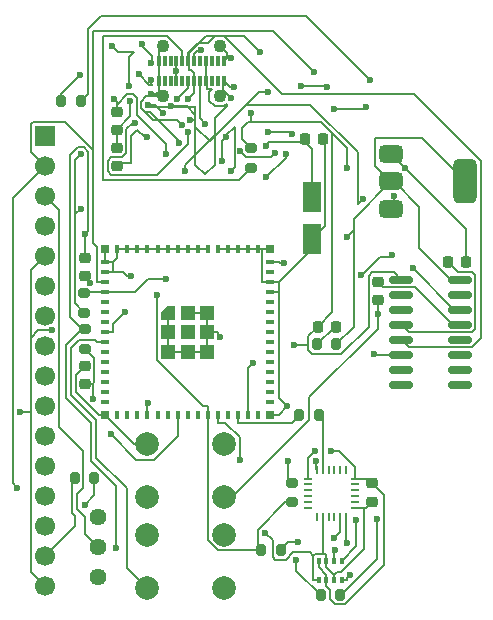
<source format=gbr>
%TF.GenerationSoftware,KiCad,Pcbnew,9.0.2*%
%TF.CreationDate,2025-06-10T14:23:57-07:00*%
%TF.ProjectId,LockerHacks Remake,4c6f636b-6572-4486-9163-6b732052656d,rev?*%
%TF.SameCoordinates,Original*%
%TF.FileFunction,Copper,L1,Top*%
%TF.FilePolarity,Positive*%
%FSLAX46Y46*%
G04 Gerber Fmt 4.6, Leading zero omitted, Abs format (unit mm)*
G04 Created by KiCad (PCBNEW 9.0.2) date 2025-06-10 14:23:57*
%MOMM*%
%LPD*%
G01*
G04 APERTURE LIST*
G04 Aperture macros list*
%AMRoundRect*
0 Rectangle with rounded corners*
0 $1 Rounding radius*
0 $2 $3 $4 $5 $6 $7 $8 $9 X,Y pos of 4 corners*
0 Add a 4 corners polygon primitive as box body*
4,1,4,$2,$3,$4,$5,$6,$7,$8,$9,$2,$3,0*
0 Add four circle primitives for the rounded corners*
1,1,$1+$1,$2,$3*
1,1,$1+$1,$4,$5*
1,1,$1+$1,$6,$7*
1,1,$1+$1,$8,$9*
0 Add four rect primitives between the rounded corners*
20,1,$1+$1,$2,$3,$4,$5,0*
20,1,$1+$1,$4,$5,$6,$7,0*
20,1,$1+$1,$6,$7,$8,$9,0*
20,1,$1+$1,$8,$9,$2,$3,0*%
%AMFreePoly0*
4,1,14,0.603536,0.603536,0.605000,0.600000,0.605000,-0.600000,0.603536,-0.603536,0.600000,-0.605000,-0.600000,-0.605000,-0.603536,-0.603536,-0.605000,-0.600000,-0.605000,0.000000,-0.603536,0.003536,-0.003536,0.603536,0.000000,0.605000,0.600000,0.605000,0.603536,0.603536,0.603536,0.603536,$1*%
G04 Aperture macros list end*
%TA.AperFunction,SMDPad,CuDef*%
%ADD10R,0.350000X0.500000*%
%TD*%
%TA.AperFunction,HeatsinkPad*%
%ADD11C,1.100000*%
%TD*%
%TA.AperFunction,SMDPad,CuDef*%
%ADD12R,0.300000X0.850000*%
%TD*%
%TA.AperFunction,SMDPad,CuDef*%
%ADD13RoundRect,0.200000X-0.200000X-0.275000X0.200000X-0.275000X0.200000X0.275000X-0.200000X0.275000X0*%
%TD*%
%TA.AperFunction,SMDPad,CuDef*%
%ADD14RoundRect,0.200000X-0.275000X0.200000X-0.275000X-0.200000X0.275000X-0.200000X0.275000X0.200000X0*%
%TD*%
%TA.AperFunction,SMDPad,CuDef*%
%ADD15RoundRect,0.375000X-0.625000X-0.375000X0.625000X-0.375000X0.625000X0.375000X-0.625000X0.375000X0*%
%TD*%
%TA.AperFunction,SMDPad,CuDef*%
%ADD16RoundRect,0.500000X-0.500000X-1.400000X0.500000X-1.400000X0.500000X1.400000X-0.500000X1.400000X0*%
%TD*%
%TA.AperFunction,SMDPad,CuDef*%
%ADD17RoundRect,0.150000X-0.825000X-0.150000X0.825000X-0.150000X0.825000X0.150000X-0.825000X0.150000X0*%
%TD*%
%TA.AperFunction,SMDPad,CuDef*%
%ADD18R,0.790000X0.280000*%
%TD*%
%TA.AperFunction,SMDPad,CuDef*%
%ADD19R,0.280000X0.790000*%
%TD*%
%TA.AperFunction,SMDPad,CuDef*%
%ADD20R,0.800000X0.800000*%
%TD*%
%TA.AperFunction,SMDPad,CuDef*%
%ADD21R,0.800000X0.400000*%
%TD*%
%TA.AperFunction,SMDPad,CuDef*%
%ADD22R,0.400000X0.800000*%
%TD*%
%TA.AperFunction,SMDPad,CuDef*%
%ADD23FreePoly0,0.000000*%
%TD*%
%TA.AperFunction,SMDPad,CuDef*%
%ADD24R,1.200000X1.200000*%
%TD*%
%TA.AperFunction,ComponentPad*%
%ADD25C,2.000000*%
%TD*%
%TA.AperFunction,ComponentPad*%
%ADD26C,1.440000*%
%TD*%
%TA.AperFunction,SMDPad,CuDef*%
%ADD27RoundRect,0.200000X0.275000X-0.200000X0.275000X0.200000X-0.275000X0.200000X-0.275000X-0.200000X0*%
%TD*%
%TA.AperFunction,ComponentPad*%
%ADD28R,1.700000X1.700000*%
%TD*%
%TA.AperFunction,ComponentPad*%
%ADD29C,1.700000*%
%TD*%
%TA.AperFunction,SMDPad,CuDef*%
%ADD30RoundRect,0.218750X-0.218750X-0.256250X0.218750X-0.256250X0.218750X0.256250X-0.218750X0.256250X0*%
%TD*%
%TA.AperFunction,SMDPad,CuDef*%
%ADD31RoundRect,0.225000X0.250000X-0.225000X0.250000X0.225000X-0.250000X0.225000X-0.250000X-0.225000X0*%
%TD*%
%TA.AperFunction,SMDPad,CuDef*%
%ADD32RoundRect,0.225000X-0.225000X-0.250000X0.225000X-0.250000X0.225000X0.250000X-0.225000X0.250000X0*%
%TD*%
%TA.AperFunction,SMDPad,CuDef*%
%ADD33RoundRect,0.250000X-0.550000X1.050000X-0.550000X-1.050000X0.550000X-1.050000X0.550000X1.050000X0*%
%TD*%
%TA.AperFunction,ViaPad*%
%ADD34C,0.600000*%
%TD*%
%TA.AperFunction,Conductor*%
%ADD35C,0.200000*%
%TD*%
G04 APERTURE END LIST*
D10*
%TO.P,U3,8,VDD*%
%TO.N,Net-(J2-VDD)*%
X126000000Y-107900000D03*
%TO.P,U3,7,GND*%
%TO.N,Net-(J2-LEDK)*%
X126650000Y-107900000D03*
%TO.P,U3,6,VDDIO*%
%TO.N,Net-(J2-VDD)*%
X127300000Y-107900000D03*
%TO.P,U3,5,SDO*%
%TO.N,Net-(J2-DB6)*%
X127950000Y-107900000D03*
%TO.P,U3,4,SCK*%
%TO.N,Net-(U3-SCK)*%
X127950000Y-106300000D03*
%TO.P,U3,3,SDI*%
%TO.N,Net-(U3-SDI)*%
X127300000Y-106300000D03*
%TO.P,U3,2,CSB*%
%TO.N,Net-(J2-VDD)*%
X126650000Y-106300000D03*
%TO.P,U3,1,GND*%
%TO.N,Net-(J2-LEDK)*%
X126000000Y-106300000D03*
%TD*%
D11*
%TO.P,J1,S1,SHIELD*%
%TO.N,GND*%
X117600000Y-67000000D03*
X117600000Y-62700000D03*
X112800000Y-67000000D03*
X112800000Y-62700000D03*
D12*
%TO.P,J1,B12,GND*%
X112450000Y-65685000D03*
%TO.P,J1,B11,RX1+*%
%TO.N,unconnected-(J1-RX1+-PadB11)*%
X112950000Y-65685000D03*
%TO.P,J1,B10,RX1-*%
%TO.N,unconnected-(J1-RX1--PadB10)*%
X113450000Y-65685000D03*
%TO.P,J1,B9,VBUS*%
%TO.N,/+5V_USB*%
X113950000Y-65685000D03*
%TO.P,J1,B8,SBU2*%
%TO.N,unconnected-(J1-SBU2-PadB8)*%
X114450000Y-65685000D03*
%TO.P,J1,B7,D-*%
%TO.N,Net-(U4-UD-)*%
X114950000Y-65685000D03*
%TO.P,J1,B6,D+*%
%TO.N,Net-(U4-UD+)*%
X115450000Y-65685000D03*
%TO.P,J1,B5,CC2*%
%TO.N,Net-(J1-CC2)*%
X115950000Y-65685000D03*
%TO.P,J1,B4,VBUS*%
%TO.N,/+5V_USB*%
X116450000Y-65685000D03*
%TO.P,J1,B3,TX2-*%
%TO.N,unconnected-(J1-TX2--PadB3)*%
X116950000Y-65685000D03*
%TO.P,J1,B2,TX2+*%
%TO.N,unconnected-(J1-TX2+-PadB2)*%
X117450000Y-65685000D03*
%TO.P,J1,B1,GND*%
%TO.N,GND*%
X117950000Y-65685000D03*
%TO.P,J1,A12,GND*%
X117950000Y-64015000D03*
%TO.P,J1,A11,RX2+*%
%TO.N,unconnected-(J1-RX2+-PadA11)*%
X117450000Y-64015000D03*
%TO.P,J1,A10,RX2-*%
%TO.N,unconnected-(J1-RX2--PadA10)*%
X116950000Y-64015000D03*
%TO.P,J1,A9,VBUS*%
%TO.N,/+5V_USB*%
X116450000Y-64015000D03*
%TO.P,J1,A8,SBU1*%
%TO.N,unconnected-(J1-SBU1-PadA8)*%
X115950000Y-64015000D03*
%TO.P,J1,A7,D-*%
%TO.N,Net-(U4-UD-)*%
X115450000Y-64015000D03*
%TO.P,J1,A6,D+*%
%TO.N,Net-(U4-UD+)*%
X114950000Y-64015000D03*
%TO.P,J1,A5,CC1*%
%TO.N,Net-(J1-CC1)*%
X114450000Y-64015000D03*
%TO.P,J1,A4,VBUS*%
%TO.N,/+5V_USB*%
X113950000Y-64015000D03*
%TO.P,J1,A3,TX1-*%
%TO.N,unconnected-(J1-TX1--PadA3)*%
X113450000Y-64015000D03*
%TO.P,J1,A2,TX1+*%
%TO.N,unconnected-(J1-TX1+-PadA2)*%
X112950000Y-64015000D03*
%TO.P,J1,A1,GND*%
%TO.N,GND*%
X112450000Y-64015000D03*
%TD*%
D13*
%TO.P,R8,2*%
%TO.N,Net-(J1-CC2)*%
X105850000Y-67400000D03*
%TO.P,R8,1*%
%TO.N,GND*%
X104200000Y-67400000D03*
%TD*%
D14*
%TO.P,R7,2*%
%TO.N,Net-(J1-CC1)*%
X120300000Y-73050000D03*
%TO.P,R7,1*%
%TO.N,GND*%
X120300000Y-71400000D03*
%TD*%
D15*
%TO.P,U5,1,GND*%
%TO.N,GND*%
X132100000Y-71900000D03*
%TO.P,U5,2,VO*%
%TO.N,+3V3*%
X132100000Y-74200000D03*
D16*
X138400000Y-74200000D03*
D15*
%TO.P,U5,3,VI*%
%TO.N,/+5V_USB*%
X132100000Y-76500000D03*
%TD*%
D17*
%TO.P,U4,1,GND*%
%TO.N,GND*%
X133000000Y-82500000D03*
%TO.P,U4,2,TXD*%
%TO.N,/CH340_TX*%
X133000000Y-83770000D03*
%TO.P,U4,3,RXD*%
%TO.N,/CH340_RX*%
X133000000Y-85040000D03*
%TO.P,U4,4,V3*%
%TO.N,Net-(U4-V3)*%
X133000000Y-86310000D03*
%TO.P,U4,5,UD+*%
%TO.N,Net-(U4-UD+)*%
X133000000Y-87580000D03*
%TO.P,U4,6,UD-*%
%TO.N,Net-(U4-UD-)*%
X133000000Y-88850000D03*
%TO.P,U4,7,NC*%
%TO.N,unconnected-(U4-NC-Pad7)*%
X133000000Y-90120000D03*
%TO.P,U4,8,NC*%
%TO.N,unconnected-(U4-NC-Pad8)*%
X133000000Y-91390000D03*
%TO.P,U4,9,~{CTS}*%
%TO.N,unconnected-(U4-~{CTS}-Pad9)*%
X137950000Y-91390000D03*
%TO.P,U4,10,~{DSR}*%
%TO.N,unconnected-(U4-~{DSR}-Pad10)*%
X137950000Y-90120000D03*
%TO.P,U4,11,~{RI}*%
%TO.N,unconnected-(U4-~{RI}-Pad11)*%
X137950000Y-88850000D03*
%TO.P,U4,12,~{DCD}*%
%TO.N,unconnected-(U4-~{DCD}-Pad12)*%
X137950000Y-87580000D03*
%TO.P,U4,13,~{DTR}*%
%TO.N,/CH340_DTR*%
X137950000Y-86310000D03*
%TO.P,U4,14,~{RTS}*%
%TO.N,/CH340_RTS*%
X137950000Y-85040000D03*
%TO.P,U4,15,R232*%
%TO.N,unconnected-(U4-R232-Pad15)*%
X137950000Y-83770000D03*
%TO.P,U4,16,VCC*%
%TO.N,+3V3*%
X137950000Y-82500000D03*
%TD*%
D18*
%TO.P,U2,1,CLKIN*%
%TO.N,Net-(J2-LEDK)*%
X125110000Y-99350000D03*
%TO.P,U2,2,NC*%
%TO.N,unconnected-(U2-NC-Pad2)*%
X125110000Y-99850000D03*
%TO.P,U2,3,NC*%
%TO.N,unconnected-(U2-NC-Pad3)*%
X125110000Y-100350000D03*
%TO.P,U2,4,NC*%
%TO.N,unconnected-(U2-NC-Pad4)*%
X125110000Y-100850000D03*
%TO.P,U2,5,NC*%
%TO.N,unconnected-(U2-NC-Pad5)*%
X125110000Y-101350000D03*
%TO.P,U2,6,AUX_DA*%
%TO.N,unconnected-(U2-AUX_DA-Pad6)*%
X125110000Y-101850000D03*
D19*
%TO.P,U2,7,AUX_CL*%
%TO.N,unconnected-(U2-AUX_CL-Pad7)*%
X125830000Y-102570000D03*
%TO.P,U2,8,VLOGIC*%
%TO.N,Net-(J2-VDD)*%
X126330000Y-102570000D03*
%TO.P,U2,9,AD0*%
%TO.N,unconnected-(U2-AD0-Pad9)*%
X126830000Y-102570000D03*
%TO.P,U2,10,REGOUT*%
%TO.N,unconnected-(U2-REGOUT-Pad10)*%
X127330000Y-102570000D03*
%TO.P,U2,11,FSYNC*%
%TO.N,Net-(J2-LEDK)*%
X127830000Y-102570000D03*
%TO.P,U2,12,INT*%
%TO.N,Net-(U1-IO34)*%
X128330000Y-102570000D03*
D18*
%TO.P,U2,13,VDD*%
%TO.N,Net-(J2-VDD)*%
X129050000Y-101850000D03*
%TO.P,U2,14,NC*%
%TO.N,unconnected-(U2-NC-Pad14)*%
X129050000Y-101350000D03*
%TO.P,U2,15,NC*%
%TO.N,unconnected-(U2-NC-Pad15)*%
X129050000Y-100850000D03*
%TO.P,U2,16,NC*%
%TO.N,unconnected-(U2-NC-Pad16)*%
X129050000Y-100350000D03*
%TO.P,U2,17,NC*%
%TO.N,unconnected-(U2-NC-Pad17)*%
X129050000Y-99850000D03*
%TO.P,U2,18,GND*%
%TO.N,Net-(J2-LEDK)*%
X129050000Y-99350000D03*
D19*
%TO.P,U2,19,RESV*%
%TO.N,unconnected-(U2-RESV-Pad19)*%
X128330000Y-98630000D03*
%TO.P,U2,20,CPOUT*%
%TO.N,unconnected-(U2-CPOUT-Pad20)*%
X127830000Y-98630000D03*
%TO.P,U2,21,RESV*%
%TO.N,unconnected-(U2-RESV-Pad21)*%
X127330000Y-98630000D03*
%TO.P,U2,22,RESV*%
%TO.N,unconnected-(U2-RESV-Pad22)*%
X126830000Y-98630000D03*
%TO.P,U2,23,SCL*%
%TO.N,Net-(U2-SCL)*%
X126330000Y-98630000D03*
%TO.P,U2,24,SDA*%
%TO.N,Net-(U2-SDA)*%
X125830000Y-98630000D03*
%TD*%
D20*
%TO.P,U1,62,GND*%
%TO.N,Net-(J2-LEDK)*%
X107900000Y-79950000D03*
%TO.P,U1,63,GND*%
X107900000Y-93950000D03*
%TO.P,U1,65,GND*%
X121900000Y-79950000D03*
%TO.P,U1,64,GND*%
X121900000Y-93950000D03*
D21*
%TO.P,U1,1,GND*%
X107900000Y-81000000D03*
%TO.P,U1,2,GND*%
X107900000Y-81850000D03*
%TO.P,U1,3,3V3*%
%TO.N,Net-(J2-VDD)*%
X107900000Y-82700000D03*
%TO.P,U1,4,IO0*%
%TO.N,Net-(U1-IO0)*%
X107900000Y-83550000D03*
%TO.P,U1,5,IO1*%
%TO.N,unconnected-(U1-IO1-Pad5)*%
X107900000Y-84400000D03*
%TO.P,U1,6,IO2*%
%TO.N,unconnected-(U1-IO2-Pad6)*%
X107900000Y-85250000D03*
%TO.P,U1,7,IO3*%
%TO.N,unconnected-(U1-IO3-Pad7)*%
X107900000Y-86100000D03*
%TO.P,U1,8,IO4*%
%TO.N,Net-(J2-E)*%
X107900000Y-86950000D03*
%TO.P,U1,9,IO5*%
%TO.N,Net-(J2-DB7)*%
X107900000Y-87800000D03*
%TO.P,U1,10,IO6*%
%TO.N,unconnected-(U1-IO6-Pad10)*%
X107900000Y-88650000D03*
%TO.P,U1,11,IO7*%
%TO.N,unconnected-(U1-IO7-Pad11)*%
X107900000Y-89500000D03*
%TO.P,U1,12,IO8*%
%TO.N,unconnected-(U1-IO8-Pad12)*%
X107900000Y-90350000D03*
%TO.P,U1,13,IO9*%
%TO.N,unconnected-(U1-IO9-Pad13)*%
X107900000Y-91200000D03*
%TO.P,U1,14,IO10*%
%TO.N,unconnected-(U1-IO10-Pad14)*%
X107900000Y-92050000D03*
%TO.P,U1,15,IO11*%
%TO.N,unconnected-(U1-IO11-Pad15)*%
X107900000Y-92900000D03*
D22*
%TO.P,U1,16,IO12*%
%TO.N,unconnected-(U1-IO12-Pad16)*%
X108950000Y-93950000D03*
%TO.P,U1,17,IO13*%
%TO.N,unconnected-(U1-IO13-Pad17)*%
X109800000Y-93950000D03*
%TO.P,U1,18,IO14*%
%TO.N,unconnected-(U1-IO14-Pad18)*%
X110650000Y-93950000D03*
%TO.P,U1,19,IO15*%
%TO.N,Net-(J2-DB5)*%
X111500000Y-93950000D03*
%TO.P,U1,20,IO16*%
%TO.N,unconnected-(U1-IO16-Pad20)*%
X112350000Y-93950000D03*
%TO.P,U1,21,IO17*%
%TO.N,unconnected-(U1-IO17-Pad21)*%
X113200000Y-93950000D03*
%TO.P,U1,22,IO18*%
%TO.N,Net-(J2-DB4)*%
X114050000Y-93950000D03*
%TO.P,U1,23,USB_D-*%
%TO.N,unconnected-(U1-USB_D--Pad23)*%
X114900000Y-93950000D03*
%TO.P,U1,24,USB_D+*%
%TO.N,unconnected-(U1-USB_D+-Pad24)*%
X115750000Y-93950000D03*
%TO.P,U1,25,IO21*%
%TO.N,Net-(J2-RS)*%
X116600000Y-93950000D03*
%TO.P,U1,26,IO26*%
%TO.N,Net-(J2-DB6)*%
X117450000Y-93950000D03*
%TO.P,U1,27,IO47*%
%TO.N,unconnected-(U1-IO47-Pad27)*%
X118300000Y-93950000D03*
%TO.P,U1,28,IO33*%
%TO.N,Net-(U1-IO33)*%
X119150000Y-93950000D03*
%TO.P,U1,29,IO34*%
%TO.N,Net-(U1-IO34)*%
X120000000Y-93950000D03*
%TO.P,U1,30,IO48*%
%TO.N,unconnected-(U1-IO48-Pad30)*%
X120850000Y-93950000D03*
D21*
%TO.P,U1,31,IO35*%
%TO.N,unconnected-(U1-IO35-Pad31)*%
X121900000Y-92900000D03*
%TO.P,U1,32,IO36*%
%TO.N,unconnected-(U1-IO36-Pad32)*%
X121900000Y-92050000D03*
%TO.P,U1,33,IO37*%
%TO.N,unconnected-(U1-IO37-Pad33)*%
X121900000Y-91200000D03*
%TO.P,U1,34,IO38*%
%TO.N,unconnected-(U1-IO38-Pad34)*%
X121900000Y-90350000D03*
%TO.P,U1,35,IO39*%
%TO.N,unconnected-(U1-IO39-Pad35)*%
X121900000Y-89500000D03*
%TO.P,U1,36,IO40*%
%TO.N,unconnected-(U1-IO40-Pad36)*%
X121900000Y-88650000D03*
%TO.P,U1,37,IO41*%
%TO.N,unconnected-(U1-IO41-Pad37)*%
X121900000Y-87800000D03*
%TO.P,U1,38,IO42*%
%TO.N,unconnected-(U1-IO42-Pad38)*%
X121900000Y-86950000D03*
%TO.P,U1,39,TXD0*%
%TO.N,unconnected-(U1-TXD0-Pad39)*%
X121900000Y-86100000D03*
%TO.P,U1,40,RXD0*%
%TO.N,unconnected-(U1-RXD0-Pad40)*%
X121900000Y-85250000D03*
%TO.P,U1,41,IO45*%
%TO.N,unconnected-(U1-IO45-Pad41)*%
X121900000Y-84400000D03*
%TO.P,U1,42,GND*%
%TO.N,Net-(J2-LEDK)*%
X121900000Y-83550000D03*
%TO.P,U1,43,GND*%
X121900000Y-82700000D03*
%TO.P,U1,44,IO46*%
%TO.N,unconnected-(U1-IO46-Pad44)*%
X121900000Y-81850000D03*
%TO.P,U1,45,EN*%
%TO.N,Net-(U1-EN)*%
X121900000Y-81000000D03*
D22*
%TO.P,U1,46,GND*%
%TO.N,Net-(J2-LEDK)*%
X120850000Y-79950000D03*
%TO.P,U1,47,GND*%
X120000000Y-79950000D03*
%TO.P,U1,48,GND*%
X119150000Y-79950000D03*
%TO.P,U1,49,GND*%
X118300000Y-79950000D03*
%TO.P,U1,50,GND*%
X117450000Y-79950000D03*
%TO.P,U1,51,GND*%
X116600000Y-79950000D03*
%TO.P,U1,52,GND*%
X115750000Y-79950000D03*
%TO.P,U1,53,GND*%
X114900000Y-79950000D03*
%TO.P,U1,54,GND*%
X114050000Y-79950000D03*
%TO.P,U1,55,GND*%
X113200000Y-79950000D03*
%TO.P,U1,56,GND*%
X112350000Y-79950000D03*
%TO.P,U1,57,GND*%
X111500000Y-79950000D03*
%TO.P,U1,58,GND*%
X110650000Y-79950000D03*
%TO.P,U1,59,GND*%
X109800000Y-79950000D03*
%TO.P,U1,60,GND*%
X108950000Y-79950000D03*
D23*
%TO.P,U1,61_1,GND61*%
%TO.N,GND*%
X113250000Y-85300000D03*
D24*
%TO.P,U1,61,GND*%
%TO.N,Net-(J2-LEDK)*%
X114900000Y-86950000D03*
%TO.P,U1,61_2,GND61*%
%TO.N,GND*%
X114900000Y-85300000D03*
%TO.P,U1,61_3,GND61*%
X116550000Y-85300000D03*
%TO.P,U1,61_4,GND61*%
X116550000Y-86950000D03*
%TO.P,U1,61_5,GND61*%
X116550000Y-88600000D03*
%TO.P,U1,61_6,GND61*%
X114900000Y-88600000D03*
%TO.P,U1,61_7,GND61*%
X113250000Y-88600000D03*
%TO.P,U1,61_8,GND61*%
X113250000Y-86950000D03*
%TD*%
D25*
%TO.P,SW2,1,1*%
%TO.N,Net-(J2-LEDK)*%
X111485000Y-96430000D03*
X117985000Y-96430000D03*
%TO.P,SW2,2,2*%
%TO.N,Net-(U1-IO0)*%
X111485000Y-100930000D03*
X117985000Y-100930000D03*
%TD*%
%TO.P,SW1,1,1*%
%TO.N,Net-(U1-EN)*%
X111485000Y-104130000D03*
X117985000Y-104130000D03*
%TO.P,SW1,2,2*%
%TO.N,Net-(J2-DB7)*%
X111485000Y-108630000D03*
X117985000Y-108630000D03*
%TD*%
D26*
%TO.P,RV1,1,1*%
%TO.N,Net-(J2-VDD)*%
X107300000Y-102620000D03*
%TO.P,RV1,2,2*%
%TO.N,Net-(J2-VO)*%
X107300000Y-105160000D03*
%TO.P,RV1,3,3*%
%TO.N,Net-(J2-LEDK)*%
X107300000Y-107700000D03*
%TD*%
D13*
%TO.P,R11,1*%
%TO.N,Net-(D1-A)*%
X125837500Y-88000000D03*
%TO.P,R11,2*%
%TO.N,+3V3*%
X127487500Y-88000000D03*
%TD*%
D27*
%TO.P,R10,1*%
%TO.N,+3V3*%
X106150000Y-85300000D03*
%TO.P,R10,2*%
%TO.N,Net-(U1-IO0)*%
X106150000Y-83650000D03*
%TD*%
%TO.P,R6,1*%
%TO.N,Net-(J2-VDD)*%
X106200000Y-88350000D03*
%TO.P,R6,2*%
%TO.N,Net-(U1-EN)*%
X106200000Y-86700000D03*
%TD*%
D13*
%TO.P,R5,1*%
%TO.N,Net-(J2-RS)*%
X121150000Y-105400000D03*
%TO.P,R5,2*%
%TO.N,Net-(U3-SDI)*%
X122800000Y-105400000D03*
%TD*%
%TO.P,R4,1*%
%TO.N,Net-(J2-DB6)*%
X126150000Y-109200000D03*
%TO.P,R4,2*%
%TO.N,Net-(U3-SCK)*%
X127800000Y-109200000D03*
%TD*%
%TO.P,R3,1*%
%TO.N,Net-(U1-IO33)*%
X124350000Y-94000000D03*
%TO.P,R3,2*%
%TO.N,Net-(U2-SCL)*%
X126000000Y-94000000D03*
%TD*%
D27*
%TO.P,R2,1*%
%TO.N,Net-(J2-RS)*%
X123730000Y-101355000D03*
%TO.P,R2,2*%
%TO.N,Net-(U2-SDA)*%
X123730000Y-99705000D03*
%TD*%
D13*
%TO.P,R1,1*%
%TO.N,Net-(J2-LEDA)*%
X105350000Y-99300000D03*
%TO.P,R1,2*%
%TO.N,Net-(J2-VDD)*%
X107000000Y-99300000D03*
%TD*%
D28*
%TO.P,J2,1,VSS*%
%TO.N,+3V3*%
X102800000Y-70335000D03*
D29*
%TO.P,J2,2,VDD*%
%TO.N,Net-(J2-VDD)*%
X102800000Y-72875000D03*
%TO.P,J2,3,VO*%
%TO.N,Net-(J2-VO)*%
X102800000Y-75415000D03*
%TO.P,J2,4,RS*%
%TO.N,Net-(J2-RS)*%
X102800000Y-77955000D03*
%TO.P,J2,5,R/W*%
%TO.N,Net-(J2-LEDK)*%
X102800000Y-80495000D03*
%TO.P,J2,6,E*%
%TO.N,Net-(J2-E)*%
X102800000Y-83035000D03*
%TO.P,J2,7,DB0*%
%TO.N,unconnected-(J2-DB0-Pad7)*%
X102800000Y-85575000D03*
%TO.P,J2,8,DB1*%
%TO.N,unconnected-(J2-DB1-Pad8)*%
X102800000Y-88115000D03*
%TO.P,J2,9,DB2*%
%TO.N,unconnected-(J2-DB2-Pad9)*%
X102800000Y-90655000D03*
%TO.P,J2,10,DB3*%
%TO.N,unconnected-(J2-DB3-Pad10)*%
X102800000Y-93195000D03*
%TO.P,J2,11,DB4*%
%TO.N,Net-(J2-DB4)*%
X102800000Y-95735000D03*
%TO.P,J2,12,DB5*%
%TO.N,Net-(J2-DB5)*%
X102800000Y-98275000D03*
%TO.P,J2,13,DB6*%
%TO.N,Net-(J2-DB6)*%
X102800000Y-100815000D03*
%TO.P,J2,14,DB7*%
%TO.N,Net-(J2-DB7)*%
X102800000Y-103355000D03*
%TO.P,J2,15,LEDA*%
%TO.N,Net-(J2-LEDA)*%
X102800000Y-105895000D03*
%TO.P,J2,16,LEDK*%
%TO.N,Net-(J2-LEDK)*%
X102800000Y-108435000D03*
%TD*%
D30*
%TO.P,D1,1,K*%
%TO.N,GND*%
X125912500Y-86500000D03*
%TO.P,D1,2,A*%
%TO.N,Net-(D1-A)*%
X127487500Y-86500000D03*
%TD*%
D31*
%TO.P,C12,1*%
%TO.N,GND*%
X108900000Y-72875000D03*
%TO.P,C12,2*%
%TO.N,/+5V_USB*%
X108900000Y-71325000D03*
%TD*%
%TO.P,C11,1*%
%TO.N,/+5V_USB*%
X108900000Y-69850000D03*
%TO.P,C11,2*%
%TO.N,GND*%
X108900000Y-68300000D03*
%TD*%
D32*
%TO.P,C8,1*%
%TO.N,Net-(U4-V3)*%
X136950000Y-81000000D03*
%TO.P,C8,2*%
%TO.N,GND*%
X138500000Y-81000000D03*
%TD*%
D31*
%TO.P,C7,1*%
%TO.N,Net-(U1-IO0)*%
X131000000Y-84250000D03*
%TO.P,C7,2*%
%TO.N,/CH340_DTR*%
X131000000Y-82700000D03*
%TD*%
%TO.P,C6,1*%
%TO.N,/CH340_RTS*%
X106200000Y-82200000D03*
%TO.P,C6,2*%
%TO.N,Net-(U1-EN)*%
X106200000Y-80650000D03*
%TD*%
D32*
%TO.P,C5,1*%
%TO.N,Net-(J2-VDD)*%
X124825000Y-70600000D03*
%TO.P,C5,2*%
%TO.N,Net-(J2-LEDK)*%
X126375000Y-70600000D03*
%TD*%
D31*
%TO.P,C4,1*%
%TO.N,Net-(J2-VDD)*%
X130530000Y-101305000D03*
%TO.P,C4,2*%
%TO.N,Net-(J2-LEDK)*%
X130530000Y-99755000D03*
%TD*%
D33*
%TO.P,C2,1*%
%TO.N,Net-(J2-VDD)*%
X125400000Y-75500000D03*
%TO.P,C2,2*%
%TO.N,Net-(J2-LEDK)*%
X125400000Y-79100000D03*
%TD*%
D31*
%TO.P,C1,1*%
%TO.N,Net-(J2-VDD)*%
X106200000Y-91350000D03*
%TO.P,C1,2*%
%TO.N,Net-(J2-LEDK)*%
X106200000Y-89800000D03*
%TD*%
D34*
%TO.N,Net-(J1-CC2)*%
X119300000Y-71600000D03*
X130300000Y-65600000D03*
X122300000Y-71800000D03*
X117800000Y-72500000D03*
X118159653Y-70440347D03*
%TO.N,GND*%
X105800000Y-65200000D03*
%TO.N,Net-(U4-UD+)*%
X114962700Y-70009571D03*
X123700000Y-70200000D03*
X121559653Y-73840347D03*
X123200000Y-71900000D03*
X121000000Y-63200000D03*
X121700000Y-70000000D03*
%TO.N,/+5V_USB*%
X111799998Y-65600000D03*
X113886183Y-64850000D03*
X108500000Y-62700000D03*
X109900000Y-66100000D03*
X110768657Y-65112055D03*
X127300000Y-68100000D03*
X130000000Y-67900000D03*
X126700000Y-66200700D03*
X124500000Y-66100000D03*
X121700000Y-66600000D03*
X115120657Y-69033128D03*
X113483740Y-67811130D03*
X112847435Y-68420936D03*
X114700000Y-73300000D03*
%TO.N,GND*%
X113100000Y-71900000D03*
X114420936Y-69420936D03*
%TO.N,Net-(J2-LEDK)*%
X110100000Y-82200000D03*
X103404700Y-86781998D03*
%TO.N,Net-(U2-SDA)*%
X125730000Y-97855167D03*
X123400000Y-97900000D03*
%TO.N,GND*%
X111500000Y-70451814D03*
X114200000Y-70900000D03*
%TO.N,/CH340_RTS*%
X106602589Y-82771615D03*
X129559100Y-82100000D03*
X132200000Y-80400000D03*
%TO.N,Net-(J2-LEDK)*%
X115200000Y-87300000D03*
%TO.N,+3V3*%
X128358183Y-78941817D03*
X105849600Y-76500000D03*
%TO.N,GND*%
X128400000Y-73100000D03*
X118581085Y-63771646D03*
X118557994Y-67121998D03*
X118800000Y-66200000D03*
%TO.N,Net-(J1-CC2)*%
X118600000Y-73300000D03*
X116400000Y-69300000D03*
%TO.N,GND*%
X120300000Y-68400000D03*
%TO.N,Net-(U4-UD-)*%
X116046528Y-63090001D03*
X111000000Y-62600000D03*
X111799998Y-64200000D03*
X130700000Y-88800000D03*
X114000000Y-67200000D03*
%TO.N,Net-(U4-UD+)*%
X110446006Y-69250814D03*
X114900000Y-67243400D03*
%TO.N,GND*%
X111800000Y-66801700D03*
%TO.N,/+5V_USB*%
X132400000Y-75450000D03*
X129775735Y-75675735D03*
%TO.N,Net-(J2-VDD)*%
X125600000Y-64900000D03*
%TO.N,/+5V_USB*%
X111511241Y-67730598D03*
X110053800Y-67387900D03*
%TO.N,Net-(U1-IO0)*%
X113099300Y-82492500D03*
X131000000Y-85455400D03*
%TO.N,/CH340_RTS*%
X133948600Y-81520100D03*
%TO.N,GND*%
X133313400Y-73073200D03*
X108632700Y-67230400D03*
X123911200Y-88011000D03*
X117660200Y-87385600D03*
%TO.N,Net-(U1-IO34)*%
X120460500Y-89572500D03*
X128412300Y-104825900D03*
%TO.N,Net-(U1-EN)*%
X108835300Y-105219600D03*
X106200000Y-78628600D03*
X123020100Y-81130400D03*
%TO.N,Net-(U3-SDI)*%
X124246700Y-104764300D03*
X127360200Y-105381900D03*
%TO.N,Net-(U3-SCK)*%
X129177500Y-102887800D03*
X130913100Y-102770700D03*
%TO.N,Net-(J2-DB6)*%
X119293400Y-97756800D03*
X124116900Y-106215000D03*
X128663000Y-107488500D03*
%TO.N,Net-(J2-RS)*%
X112310000Y-83837000D03*
%TO.N,+3V3*%
X105847900Y-71911600D03*
%TO.N,Net-(J2-E)*%
X109585800Y-85257000D03*
%TO.N,Net-(J2-DB4)*%
X108401100Y-95609200D03*
%TO.N,Net-(J2-DB5)*%
X111510800Y-92931600D03*
%TO.N,Net-(J2-VDD)*%
X106173200Y-101566900D03*
X121458500Y-103928700D03*
X100491800Y-100145300D03*
X121523300Y-71187700D03*
X106877400Y-92608200D03*
%TO.N,Net-(J2-LEDK)*%
X123310600Y-93239600D03*
X100712400Y-93747200D03*
X127007700Y-97058900D03*
X127300200Y-104413800D03*
X125652800Y-97058900D03*
%TD*%
D35*
%TO.N,Net-(U1-EN)*%
X106200000Y-78628600D02*
X106449600Y-78379000D01*
X104924600Y-85701600D02*
X105923000Y-86700000D01*
X106449600Y-78379000D02*
X106449600Y-71662400D01*
X106097100Y-71309900D02*
X105589100Y-71309900D01*
X106449600Y-71662400D02*
X106097100Y-71309900D01*
X105589100Y-71309900D02*
X104924600Y-71974400D01*
X104924600Y-71974400D02*
X104924600Y-85701600D01*
%TO.N,Net-(J1-CC2)*%
X118600000Y-73300000D02*
X118900000Y-73000000D01*
X118900000Y-69554094D02*
X118159653Y-70294441D01*
X118900000Y-73000000D02*
X118900000Y-69554094D01*
X118159653Y-70294441D02*
X118159653Y-70440347D01*
X115950000Y-65685000D02*
X115963700Y-65698700D01*
X115963700Y-65698700D02*
X115963700Y-68863700D01*
X115963700Y-68863700D02*
X116400000Y-69300000D01*
%TO.N,GND*%
X118557994Y-67121998D02*
X117901000Y-66465004D01*
X117901000Y-66465004D02*
X117901000Y-65734000D01*
X117901000Y-65734000D02*
X117950000Y-65685000D01*
%TO.N,Net-(J1-CC2)*%
X118159653Y-70440347D02*
X117800000Y-70800000D01*
X121999000Y-72101000D02*
X119801000Y-72101000D01*
X119801000Y-72101000D02*
X119300000Y-71600000D01*
X122300000Y-71800000D02*
X121999000Y-72101000D01*
X117800000Y-70800000D02*
X117800000Y-72500000D01*
X107533200Y-60199000D02*
X124899000Y-60199000D01*
X106450300Y-61281900D02*
X107533200Y-60199000D01*
X106450300Y-66799700D02*
X106450300Y-61281900D01*
X105850000Y-67400000D02*
X106450300Y-66799700D01*
X124899000Y-60199000D02*
X130300000Y-65600000D01*
%TO.N,GND*%
X104200000Y-66800000D02*
X105800000Y-65200000D01*
X104200000Y-67400000D02*
X104200000Y-66800000D01*
%TO.N,Net-(J1-CC1)*%
X114450000Y-64015000D02*
X114450000Y-63146504D01*
X114450000Y-63146504D02*
X113152496Y-61849000D01*
X113152496Y-61849000D02*
X107723000Y-61849000D01*
X107723000Y-61849000D02*
X107723000Y-74074000D01*
X107723000Y-74074000D02*
X119226000Y-74074000D01*
X120250000Y-73050000D02*
X120300000Y-73050000D01*
X119226000Y-74074000D02*
X120250000Y-73050000D01*
%TO.N,+3V3*%
X138400000Y-74200000D02*
X134751900Y-70551900D01*
X134751900Y-70551900D02*
X130796900Y-70551900D01*
X130796900Y-70551900D02*
X130796900Y-72896900D01*
X130796900Y-72896900D02*
X132100000Y-74200000D01*
%TO.N,GND*%
X112800000Y-62700000D02*
X112450000Y-63050000D01*
X112450000Y-63050000D02*
X112450000Y-64015000D01*
%TO.N,Net-(U4-UD+)*%
X119649000Y-61849000D02*
X117247504Y-61849000D01*
X116600000Y-62496504D02*
X116600000Y-62500000D01*
X116589001Y-62489001D02*
X115798999Y-62489001D01*
X121000000Y-63200000D02*
X119649000Y-61849000D01*
X114900000Y-70100000D02*
X114962700Y-70037300D01*
X123700000Y-70200000D02*
X123500000Y-70000000D01*
X121559653Y-73840347D02*
X123200000Y-72200000D01*
X117247504Y-61849000D02*
X116600000Y-62496504D01*
X114962700Y-70037300D02*
X114962700Y-70009571D01*
X123200000Y-72200000D02*
X123200000Y-71900000D01*
X123500000Y-70000000D02*
X121700000Y-70000000D01*
X114950000Y-63338000D02*
X114950000Y-64015000D01*
X116600000Y-62500000D02*
X116589001Y-62489001D01*
X115798999Y-62489001D02*
X114950000Y-63338000D01*
%TO.N,/+5V_USB*%
X115120657Y-69033128D02*
X115559372Y-69033128D01*
X115562700Y-69029800D02*
X115562700Y-68600000D01*
X114617787Y-67811130D02*
X113483740Y-67811130D01*
X115562700Y-68600000D02*
X114807100Y-67844400D01*
X114807100Y-67844400D02*
X114651057Y-67844400D01*
X115559372Y-69033128D02*
X115562700Y-69029800D01*
X114651057Y-67844400D02*
X114617787Y-67811130D01*
X115562700Y-67843400D02*
X115562700Y-69562700D01*
X115562700Y-69562700D02*
X116755468Y-70755468D01*
X119811936Y-67699000D02*
X125299900Y-67699000D01*
X129300000Y-71699100D02*
X129300000Y-76100000D01*
X125299900Y-67699000D02*
X129300000Y-71699100D01*
X116755468Y-70755468D02*
X119811936Y-67699000D01*
X129300000Y-76100000D02*
X129351470Y-76100000D01*
X129351470Y-76100000D02*
X129775735Y-75675735D01*
%TO.N,GND*%
X114020936Y-69020936D02*
X111951636Y-69020936D01*
X114420936Y-69420936D02*
X114020936Y-69020936D01*
X111951636Y-69020936D02*
X110910241Y-67979541D01*
%TO.N,Net-(U4-UD+)*%
X114900000Y-71049943D02*
X114900000Y-70100000D01*
X112298943Y-73651000D02*
X114900000Y-71049943D01*
X108450890Y-73651000D02*
X112298943Y-73651000D01*
%TO.N,/+5V_USB*%
X111799998Y-65600000D02*
X111799998Y-65899998D01*
X113950000Y-65685000D02*
X113950000Y-64913817D01*
X113950000Y-64913817D02*
X113886183Y-64850000D01*
X111799998Y-65899998D02*
X111900000Y-66000000D01*
X111656602Y-66000000D02*
X111900000Y-66000000D01*
X110400000Y-63200000D02*
X109900000Y-63700000D01*
X109000000Y-63200000D02*
X110400000Y-63200000D01*
X110768657Y-65112055D02*
X111656602Y-66000000D01*
X108500000Y-62700000D02*
X109000000Y-63200000D01*
X109900000Y-63700000D02*
X109900000Y-66100000D01*
X127300000Y-68100000D02*
X129800000Y-68100000D01*
X129800000Y-68100000D02*
X130000000Y-67900000D01*
X126500000Y-66100000D02*
X126700000Y-66300000D01*
X124500000Y-66100000D02*
X126500000Y-66100000D01*
X126700000Y-66300000D02*
X126700000Y-66200700D01*
X114700000Y-72810936D02*
X120910936Y-66600000D01*
X120910936Y-66600000D02*
X121700000Y-66600000D01*
X112157097Y-67730598D02*
X112847435Y-68420936D01*
X114700000Y-73300000D02*
X114700000Y-72810936D01*
X111511241Y-67730598D02*
X112157097Y-67730598D01*
X111511241Y-67730598D02*
X111680643Y-67900000D01*
X111680643Y-67900000D02*
X115506100Y-67900000D01*
X115506100Y-67900000D02*
X115562700Y-67843400D01*
%TO.N,GND*%
X113100000Y-71900000D02*
X113100000Y-71054865D01*
X110654800Y-67138957D02*
X110302743Y-66786900D01*
X113100000Y-71054865D02*
X110654800Y-68609665D01*
X110654800Y-68609665D02*
X110654800Y-67138957D01*
X108900000Y-67691757D02*
X108900000Y-68300000D01*
X110302743Y-66786900D02*
X109804857Y-66786900D01*
X109804857Y-66786900D02*
X108900000Y-67691757D01*
X111391896Y-67000000D02*
X112800000Y-67000000D01*
X110910241Y-67979541D02*
X110910241Y-67481655D01*
X110910241Y-67481655D02*
X111391896Y-67000000D01*
%TO.N,Net-(J2-LEDK)*%
X109800000Y-82200000D02*
X109450000Y-81850000D01*
X101611100Y-93747200D02*
X101611100Y-87438140D01*
X109450000Y-81850000D02*
X107900000Y-81850000D01*
X101611100Y-87438140D02*
X102267242Y-86781998D01*
X102267242Y-86781998D02*
X103404700Y-86781998D01*
X110100000Y-82200000D02*
X109800000Y-82200000D01*
%TO.N,Net-(U2-SDA)*%
X123730000Y-99705000D02*
X123455000Y-99705000D01*
X125730000Y-98530000D02*
X125830000Y-98630000D01*
X123455000Y-99705000D02*
X123400000Y-99650000D01*
X123400000Y-99650000D02*
X123400000Y-97900000D01*
X125730000Y-97855167D02*
X125730000Y-98530000D01*
%TO.N,Net-(U4-UD+)*%
X110446006Y-69250814D02*
X110245690Y-69250814D01*
X110245690Y-69250814D02*
X109717300Y-69779204D01*
X108124000Y-72425890D02*
X108124000Y-73324110D01*
X109717300Y-69779204D02*
X109717300Y-71780810D01*
X109717300Y-71780810D02*
X109374110Y-72124000D01*
X109374110Y-72124000D02*
X108425890Y-72124000D01*
X108425890Y-72124000D02*
X108124000Y-72425890D01*
X108124000Y-73324110D02*
X108450890Y-73651000D01*
%TO.N,GND*%
X114200000Y-70900000D02*
X114200000Y-70800000D01*
X114200000Y-70800000D02*
X111731598Y-68331598D01*
X111731598Y-68331598D02*
X111262298Y-68331598D01*
X111262298Y-68331598D02*
X110910241Y-67979541D01*
X111500000Y-70451814D02*
X111287014Y-70451814D01*
X111287014Y-70451814D02*
X110650200Y-69815000D01*
%TO.N,/CH340_RTS*%
X106200000Y-82369026D02*
X106602589Y-82771615D01*
X131200000Y-80600000D02*
X132000000Y-80600000D01*
X132000000Y-80600000D02*
X132200000Y-80400000D01*
X129700000Y-82100000D02*
X131200000Y-80600000D01*
X106200000Y-82200000D02*
X106200000Y-82369026D01*
X129559100Y-82100000D02*
X129700000Y-82100000D01*
%TO.N,Net-(J2-LEDK)*%
X114900000Y-87000000D02*
X115200000Y-87300000D01*
X114900000Y-86950000D02*
X114900000Y-87000000D01*
%TO.N,+3V3*%
X106150000Y-85300000D02*
X105374000Y-84524000D01*
X128959100Y-78340900D02*
X128959100Y-77340900D01*
X105374000Y-84524000D02*
X105374000Y-76975600D01*
X105374000Y-76975600D02*
X105849600Y-76500000D01*
X128358183Y-78941817D02*
X128959100Y-78340900D01*
%TO.N,GND*%
X128400000Y-71366200D02*
X128400000Y-73100000D01*
X127127700Y-70093900D02*
X128400000Y-71366200D01*
X118193354Y-63771646D02*
X118193354Y-63293354D01*
X118193354Y-63293354D02*
X117600000Y-62700000D01*
X118581085Y-63771646D02*
X118193354Y-63771646D01*
X118193354Y-63771646D02*
X117950000Y-64015000D01*
X118800000Y-66200000D02*
X118465000Y-66200000D01*
X118465000Y-66200000D02*
X117950000Y-65685000D01*
%TO.N,Net-(U4-UD-)*%
X115450000Y-64015000D02*
X115450000Y-63405100D01*
X115450000Y-63405100D02*
X115765099Y-63090001D01*
X115765099Y-63090001D02*
X116046528Y-63090001D01*
X111900000Y-63600000D02*
X111000000Y-62700000D01*
X111000000Y-62700000D02*
X111000000Y-62600000D01*
%TO.N,Net-(J2-VDD)*%
X106851300Y-71496100D02*
X106851300Y-61448000D01*
X106851300Y-61448000D02*
X122148000Y-61448000D01*
X122148000Y-61448000D02*
X125600000Y-64900000D01*
%TO.N,Net-(U4-UD-)*%
X111799998Y-64200000D02*
X111900000Y-64099998D01*
X111900000Y-64099998D02*
X111900000Y-63600000D01*
%TO.N,/+5V_USB*%
X115562700Y-72762700D02*
X116400000Y-73600000D01*
X116400000Y-73600000D02*
X117200000Y-72800000D01*
X117200000Y-68800000D02*
X118200000Y-67800000D01*
X115562700Y-67843400D02*
X115562700Y-72762700D01*
X118200000Y-67603496D02*
X117952496Y-67851000D01*
X117247504Y-67851000D02*
X116749000Y-67352496D01*
X118200000Y-67800000D02*
X118200000Y-67603496D01*
X116985504Y-66411000D02*
X116499000Y-66411000D01*
X116499000Y-66411000D02*
X116499000Y-65734000D01*
X117952496Y-67851000D02*
X117247504Y-67851000D01*
X116749000Y-67352496D02*
X116749000Y-66647504D01*
X117200000Y-72800000D02*
X117200000Y-68800000D01*
X116499000Y-65734000D02*
X116450000Y-65685000D01*
X116749000Y-66647504D02*
X116985504Y-66411000D01*
%TO.N,Net-(U4-UD+)*%
X134040758Y-66800700D02*
X122904196Y-66800700D01*
X122904196Y-66800700D02*
X117952496Y-61849000D01*
X115183000Y-64741000D02*
X115450000Y-65008000D01*
X117952496Y-61849000D02*
X116439000Y-61849000D01*
X116439000Y-61849000D02*
X114999000Y-63289000D01*
X115450000Y-65008000D02*
X115450000Y-66693400D01*
X114999000Y-63289000D02*
X114999000Y-64741000D01*
X114999000Y-64741000D02*
X115183000Y-64741000D01*
X115450000Y-66693400D02*
X115450000Y-65685000D01*
%TO.N,Net-(U4-UD-)*%
X114950000Y-65685000D02*
X114950000Y-66250000D01*
X114950000Y-66250000D02*
X114000000Y-67200000D01*
X130700000Y-88800000D02*
X130750000Y-88850000D01*
X130750000Y-88850000D02*
X133000000Y-88850000D01*
%TO.N,GND*%
X112450000Y-65685000D02*
X112450000Y-66600000D01*
X111800000Y-66801700D02*
X112248300Y-66801700D01*
X112248300Y-66801700D02*
X112450000Y-66600000D01*
X112450000Y-66600000D02*
X112450000Y-66650000D01*
X112450000Y-66650000D02*
X112733329Y-66933329D01*
%TO.N,/+5V_USB*%
X132400000Y-76200000D02*
X132100000Y-76500000D01*
X132400000Y-75450000D02*
X132400000Y-76200000D01*
X116450000Y-65685000D02*
X116450000Y-64015000D01*
X113950000Y-65685000D02*
X113950000Y-64015000D01*
%TO.N,GND*%
X112450000Y-65685000D02*
X112450000Y-64015000D01*
%TO.N,Net-(U4-UD+)*%
X133000000Y-87580000D02*
X133601000Y-88181000D01*
X133601000Y-88181000D02*
X138965968Y-88181000D01*
X138965968Y-88181000D02*
X139701000Y-87445968D01*
X139701000Y-87445968D02*
X139701000Y-72460942D01*
X139701000Y-72460942D02*
X134040758Y-66800700D01*
%TO.N,Net-(D1-A)*%
X127337500Y-86500000D02*
X127487500Y-86500000D01*
X125837500Y-88000000D02*
X127337500Y-86500000D01*
%TO.N,/+5V_USB*%
X110053800Y-68696200D02*
X108900000Y-69850000D01*
X110053800Y-67387900D02*
X110053800Y-68696200D01*
X108900000Y-69850000D02*
X108900000Y-71325000D01*
%TO.N,Net-(U4-V3)*%
X133602300Y-86912300D02*
X133000000Y-86310000D01*
X139012500Y-86912300D02*
X133602300Y-86912300D01*
X139236500Y-86688300D02*
X139012500Y-86912300D01*
X139236500Y-82118000D02*
X139236500Y-86688300D01*
X138956100Y-81837600D02*
X139236500Y-82118000D01*
X137787600Y-81837600D02*
X138956100Y-81837600D01*
X136950000Y-81000000D02*
X137787600Y-81837600D01*
%TO.N,Net-(U1-IO0)*%
X106250000Y-83550000D02*
X107900000Y-83550000D01*
X106150000Y-83650000D02*
X106250000Y-83550000D01*
X111518300Y-82492500D02*
X113099300Y-82492500D01*
X110460800Y-83550000D02*
X111518300Y-82492500D01*
X107900000Y-83550000D02*
X110460800Y-83550000D01*
X131000000Y-84250000D02*
X131000000Y-85455400D01*
X118636000Y-100930000D02*
X117985000Y-100930000D01*
X125175000Y-94391000D02*
X118636000Y-100930000D01*
X125175000Y-92484600D02*
X125175000Y-94391000D01*
X131000000Y-86659600D02*
X125175000Y-92484600D01*
X131000000Y-85455400D02*
X131000000Y-86659600D01*
%TO.N,/CH340_DTR*%
X137391400Y-86310000D02*
X137950000Y-86310000D01*
X134183700Y-83102300D02*
X137391400Y-86310000D01*
X131402300Y-83102300D02*
X134183700Y-83102300D01*
X131000000Y-82700000D02*
X131402300Y-83102300D01*
%TO.N,/CH340_RTS*%
X137468500Y-85040000D02*
X133948600Y-81520100D01*
X137950000Y-85040000D02*
X137468500Y-85040000D01*
%TO.N,GND*%
X116550000Y-85300000D02*
X116550000Y-86950000D01*
X116550000Y-88600000D02*
X116550000Y-86950000D01*
X116550000Y-88600000D02*
X114900000Y-88600000D01*
X113250000Y-85300000D02*
X113250000Y-86950000D01*
X116550000Y-85300000D02*
X114900000Y-85300000D01*
X113250000Y-86950000D02*
X113250000Y-88600000D01*
X114900000Y-88600000D02*
X113998300Y-88600000D01*
X113250000Y-88600000D02*
X113998300Y-88600000D01*
X138500000Y-78259800D02*
X133313400Y-73073200D01*
X138500000Y-81000000D02*
X138500000Y-78259800D01*
X120300000Y-68400000D02*
X120200000Y-68500000D01*
X108900000Y-67497700D02*
X108900000Y-68300000D01*
X108632700Y-67230400D02*
X108900000Y-67497700D01*
X119522500Y-70572500D02*
X120300000Y-71350000D01*
X119522500Y-69641800D02*
X119522500Y-70572500D01*
X119974600Y-69189700D02*
X119522500Y-69641800D01*
X120300000Y-69189700D02*
X119974600Y-69189700D01*
X125100400Y-87312100D02*
X125912500Y-86500000D01*
X125100400Y-88011000D02*
X125100400Y-87312100D01*
X116550000Y-86950000D02*
X117451700Y-86950000D01*
X117451700Y-87177100D02*
X117660200Y-87385600D01*
X117451700Y-86950000D02*
X117451700Y-87177100D01*
X125100400Y-88011000D02*
X123911200Y-88011000D01*
X125100400Y-88465700D02*
X125100400Y-88011000D01*
X125459900Y-88825200D02*
X125100400Y-88465700D01*
X127908100Y-88825200D02*
X125459900Y-88825200D01*
X130222400Y-86510900D02*
X127908100Y-88825200D01*
X130222400Y-82185700D02*
X130222400Y-86510900D01*
X130502900Y-81905200D02*
X130222400Y-82185700D01*
X132405200Y-81905200D02*
X130502900Y-81905200D01*
X133000000Y-82500000D02*
X132405200Y-81905200D01*
X126223500Y-69189700D02*
X120300000Y-69189700D01*
X127127700Y-70093900D02*
X126223500Y-69189700D01*
X127127700Y-85284800D02*
X127127700Y-70093900D01*
X125912500Y-86500000D02*
X127127700Y-85284800D01*
X120300000Y-68400000D02*
X120300000Y-69189700D01*
X133273200Y-73073200D02*
X132100000Y-71900000D01*
X133313400Y-73073200D02*
X133273200Y-73073200D01*
X110118300Y-70346900D02*
X110650200Y-69815000D01*
X110118300Y-72674500D02*
X110118300Y-70346900D01*
X109100500Y-72674500D02*
X108900000Y-72875000D01*
X110118300Y-72674500D02*
X109100500Y-72674500D01*
%TO.N,Net-(U1-IO34)*%
X120000000Y-90033000D02*
X120000000Y-93950000D01*
X120460500Y-89572500D02*
X120000000Y-90033000D01*
X128330000Y-104743600D02*
X128412300Y-104825900D01*
X128330000Y-102570000D02*
X128330000Y-104743600D01*
%TO.N,Net-(U1-EN)*%
X108835300Y-99941100D02*
X108835300Y-105219600D01*
X106746600Y-97852400D02*
X108835300Y-99941100D01*
X106746600Y-94644700D02*
X106746600Y-97852400D01*
X104616500Y-92514600D02*
X106746600Y-94644700D01*
X104616500Y-88006500D02*
X104616500Y-92514600D01*
X105923000Y-86700000D02*
X104616500Y-88006500D01*
X106200000Y-86700000D02*
X105923000Y-86700000D01*
X122732100Y-81130400D02*
X122601700Y-81000000D01*
X123020100Y-81130400D02*
X122732100Y-81130400D01*
X121900000Y-81000000D02*
X122601700Y-81000000D01*
X106200000Y-80650000D02*
X106200000Y-78628600D01*
%TO.N,Net-(U3-SDI)*%
X123435700Y-104764300D02*
X122800000Y-105400000D01*
X124246700Y-104764300D02*
X123435700Y-104764300D01*
X127300000Y-105442100D02*
X127300000Y-106300000D01*
X127360200Y-105381900D02*
X127300000Y-105442100D01*
%TO.N,Net-(U3-SCK)*%
X129177500Y-105072500D02*
X127950000Y-106300000D01*
X129177500Y-102887800D02*
X129177500Y-105072500D01*
X130913100Y-106162900D02*
X130913100Y-102770700D01*
X127876000Y-109200000D02*
X130913100Y-106162900D01*
X127800000Y-109200000D02*
X127876000Y-109200000D01*
%TO.N,Net-(U2-SCL)*%
X126330000Y-94330000D02*
X126330000Y-98630000D01*
X126000000Y-94000000D02*
X126330000Y-94330000D01*
%TO.N,Net-(U1-IO33)*%
X119150000Y-93950000D02*
X119150000Y-94651700D01*
X123698300Y-94651700D02*
X124350000Y-94000000D01*
X119150000Y-94651700D02*
X123698300Y-94651700D01*
%TO.N,Net-(J2-DB7)*%
X107900000Y-87800000D02*
X107198300Y-87800000D01*
X109748700Y-106893700D02*
X111485000Y-108630000D01*
X109748700Y-100192000D02*
X109748700Y-106893700D01*
X107157600Y-97600900D02*
X109748700Y-100192000D01*
X107157600Y-94434000D02*
X107157600Y-97600900D01*
X105018200Y-92294600D02*
X107157600Y-94434000D01*
X105018200Y-88278700D02*
X105018200Y-92294600D01*
X105677900Y-87619000D02*
X105018200Y-88278700D01*
X107017300Y-87619000D02*
X105677900Y-87619000D01*
X107198300Y-87800000D02*
X107017300Y-87619000D01*
%TO.N,Net-(J2-DB6)*%
X119293400Y-95844200D02*
X119293400Y-97756800D01*
X118100900Y-94651700D02*
X119293400Y-95844200D01*
X117450000Y-94651700D02*
X118100900Y-94651700D01*
X117450000Y-93950000D02*
X117450000Y-94651700D01*
X124116900Y-107166900D02*
X124116900Y-106215000D01*
X126150000Y-109200000D02*
X124116900Y-107166900D01*
X128426700Y-107724800D02*
X128663000Y-107488500D01*
X128426700Y-107900000D02*
X128426700Y-107724800D01*
X127950000Y-107900000D02*
X128426700Y-107900000D01*
%TO.N,Net-(J2-RS)*%
X121118300Y-105431700D02*
X121150000Y-105400000D01*
X117445800Y-105431700D02*
X121118300Y-105431700D01*
X116600000Y-104585900D02*
X117445800Y-105431700D01*
X116600000Y-93950000D02*
X116600000Y-104585900D01*
X120856800Y-105106800D02*
X121150000Y-105400000D01*
X120856800Y-103679600D02*
X120856800Y-105106800D01*
X123181400Y-101355000D02*
X120856800Y-103679600D01*
X123730000Y-101355000D02*
X123181400Y-101355000D01*
X112310000Y-89315900D02*
X112310000Y-83837000D01*
X116242400Y-93248300D02*
X112310000Y-89315900D01*
X116600000Y-93248300D02*
X116242400Y-93248300D01*
X116600000Y-93950000D02*
X116600000Y-93248300D01*
%TO.N,Net-(J2-VO)*%
X106216100Y-104076100D02*
X107300000Y-105160000D01*
X106216100Y-102633000D02*
X106216100Y-104076100D01*
X105550100Y-101967000D02*
X106216100Y-102633000D01*
X105550100Y-100653500D02*
X105550100Y-101967000D01*
X106052500Y-100151100D02*
X105550100Y-100653500D01*
X106052500Y-97051900D02*
X106052500Y-100151100D01*
X104004700Y-95004100D02*
X106052500Y-97051900D01*
X104004700Y-76619700D02*
X104004700Y-95004100D01*
X102800000Y-75415000D02*
X104004700Y-76619700D01*
%TO.N,+3V3*%
X128959100Y-86528400D02*
X127487500Y-88000000D01*
X128959100Y-77340900D02*
X128959100Y-86528400D01*
X132100000Y-74200000D02*
X128959100Y-77340900D01*
X132371400Y-74200000D02*
X132100000Y-74200000D01*
X134521600Y-76350200D02*
X132371400Y-74200000D01*
X134521600Y-79850600D02*
X134521600Y-76350200D01*
X137171000Y-82500000D02*
X134521600Y-79850600D01*
X137950000Y-82500000D02*
X137171000Y-82500000D01*
X105361200Y-84511200D02*
X106150000Y-85300000D01*
X105361200Y-72398300D02*
X105361200Y-84511200D01*
X105847900Y-71911600D02*
X105361200Y-72398300D01*
%TO.N,Net-(J2-E)*%
X108601700Y-86241100D02*
X109585800Y-85257000D01*
X108601700Y-86950000D02*
X108601700Y-86241100D01*
X107900000Y-86950000D02*
X108601700Y-86950000D01*
%TO.N,Net-(J2-LEDA)*%
X105124800Y-102309900D02*
X105183700Y-102368800D01*
X105124800Y-99525200D02*
X105124800Y-102309900D01*
X105350000Y-99300000D02*
X105124800Y-99525200D01*
X105183700Y-102368800D02*
X105348500Y-102533600D01*
X105183700Y-102368800D02*
X105348500Y-102533600D01*
X105348500Y-103346500D02*
X102800000Y-105895000D01*
X105348500Y-102533600D02*
X105348500Y-103346500D01*
%TO.N,Net-(J2-DB4)*%
X110531600Y-97739700D02*
X108401100Y-95609200D01*
X112056000Y-97739700D02*
X110531600Y-97739700D01*
X114050000Y-95745700D02*
X112056000Y-97739700D01*
X114050000Y-93950000D02*
X114050000Y-95745700D01*
%TO.N,Net-(J2-DB5)*%
X111500000Y-92942400D02*
X111500000Y-93950000D01*
X111510800Y-92931600D02*
X111500000Y-92942400D01*
%TO.N,Net-(J2-VDD)*%
X107000000Y-100740100D02*
X107000000Y-99300000D01*
X106173200Y-101566900D02*
X107000000Y-100740100D01*
X126000000Y-107900000D02*
X125523300Y-107900000D01*
X126332100Y-105748300D02*
X126330000Y-105746200D01*
X126650000Y-105748300D02*
X126332100Y-105748300D01*
X126650000Y-106300000D02*
X126650000Y-105748300D01*
X127300000Y-107900000D02*
X127300000Y-107750200D01*
X126650000Y-106300000D02*
X126650000Y-106851700D01*
X126330000Y-102570000D02*
X126330000Y-105746200D01*
X129985000Y-101850000D02*
X129817500Y-101850000D01*
X130530000Y-101305000D02*
X129985000Y-101850000D01*
X126650000Y-106851700D02*
X127300000Y-107501700D01*
X127300000Y-107501700D02*
X127300000Y-107750200D01*
X107900000Y-82700000D02*
X107198300Y-82700000D01*
X127548800Y-107252900D02*
X127300000Y-107501700D01*
X127851600Y-107252900D02*
X127548800Y-107252900D01*
X129817500Y-105287000D02*
X127851600Y-107252900D01*
X129817500Y-101850000D02*
X129817500Y-105287000D01*
X125664100Y-105746200D02*
X125523300Y-105887000D01*
X126330000Y-105746200D02*
X125664100Y-105746200D01*
X122097500Y-104567700D02*
X121458500Y-103928700D01*
X122097500Y-105974300D02*
X122097500Y-104567700D01*
X122334400Y-106211200D02*
X122097500Y-105974300D01*
X123222300Y-106211200D02*
X122334400Y-106211200D01*
X123822900Y-105610600D02*
X123222300Y-106211200D01*
X125246900Y-105610600D02*
X123822900Y-105610600D01*
X125523300Y-105887000D02*
X125246900Y-105610600D01*
X125523300Y-107900000D02*
X125523300Y-105887000D01*
X129050000Y-101850000D02*
X129817500Y-101850000D01*
X100108900Y-75566100D02*
X102800000Y-72875000D01*
X100108900Y-99762400D02*
X100108900Y-75566100D01*
X100491800Y-100145300D02*
X100108900Y-99762400D01*
X125400000Y-71462500D02*
X124825000Y-70887500D01*
X125400000Y-75500000D02*
X125400000Y-71462500D01*
X124825000Y-70887500D02*
X124825000Y-70600000D01*
X121823500Y-70887500D02*
X121523300Y-71187700D01*
X124825000Y-70887500D02*
X121823500Y-70887500D01*
X107011100Y-91216300D02*
X106877400Y-91350000D01*
X107011100Y-89161100D02*
X107011100Y-91216300D01*
X106200000Y-88350000D02*
X107011100Y-89161100D01*
X106877400Y-91350000D02*
X106877400Y-92608200D01*
X106877400Y-91350000D02*
X106200000Y-91350000D01*
X101648300Y-71723300D02*
X102800000Y-72875000D01*
X101648300Y-69360000D02*
X101648300Y-71723300D01*
X101825000Y-69183300D02*
X101648300Y-69360000D01*
X104538500Y-69183300D02*
X101825000Y-69183300D01*
X106851300Y-71496100D02*
X104538500Y-69183300D01*
X106851300Y-79435700D02*
X106851300Y-71496100D01*
X107198300Y-79782700D02*
X106851300Y-79435700D01*
X107198300Y-82700000D02*
X107198300Y-79782700D01*
%TO.N,Net-(J2-LEDK)*%
X107900000Y-79950000D02*
X107900000Y-81000000D01*
X107900000Y-81850000D02*
X108601700Y-81850000D01*
X107900000Y-81000000D02*
X108601700Y-81000000D01*
X122601700Y-83550000D02*
X122601700Y-82700000D01*
X121900000Y-83550000D02*
X122601700Y-83550000D01*
X112350000Y-79950000D02*
X111500000Y-79950000D01*
X114900000Y-79950000D02*
X114050000Y-79950000D01*
X109800000Y-79950000D02*
X108950000Y-79950000D01*
X118300000Y-79950000D02*
X117450000Y-79950000D01*
X122250900Y-82700000D02*
X122601700Y-82700000D01*
X122250900Y-82700000D02*
X121900000Y-82700000D01*
X121900000Y-82700000D02*
X121198300Y-82700000D01*
X121198300Y-82700000D02*
X121198300Y-79950000D01*
X121900000Y-79950000D02*
X121198300Y-79950000D01*
X121198300Y-79950000D02*
X120850000Y-79950000D01*
X110380000Y-96430000D02*
X107900000Y-93950000D01*
X111485000Y-96430000D02*
X110380000Y-96430000D01*
X119150000Y-79950000D02*
X118300000Y-79950000D01*
X115750000Y-79950000D02*
X114900000Y-79950000D01*
X108601700Y-81850000D02*
X108601700Y-81000000D01*
X108950000Y-80651700D02*
X108950000Y-79950000D01*
X108601700Y-81000000D02*
X108950000Y-80651700D01*
X120000000Y-79950000D02*
X119150000Y-79950000D01*
X126000000Y-106575800D02*
X126000000Y-106851700D01*
X126000000Y-106575800D02*
X126000000Y-106300000D01*
X110650000Y-79950000D02*
X109800000Y-79950000D01*
X113200000Y-79950000D02*
X112350000Y-79950000D01*
X116600000Y-79950000D02*
X115750000Y-79950000D01*
X111500000Y-79950000D02*
X110650000Y-79950000D01*
X113200000Y-79950000D02*
X114050000Y-79950000D01*
X101611100Y-107246100D02*
X101611100Y-93747200D01*
X102800000Y-108435000D02*
X101611100Y-107246100D01*
X130125000Y-99350000D02*
X130530000Y-99755000D01*
X129050000Y-99350000D02*
X130125000Y-99350000D01*
X127007700Y-97059000D02*
X127007700Y-97058900D01*
X127724000Y-97059000D02*
X127007700Y-97059000D01*
X129050000Y-98385000D02*
X127724000Y-97059000D01*
X129050000Y-99350000D02*
X129050000Y-98385000D01*
X127830000Y-103884000D02*
X127300200Y-104413800D01*
X127830000Y-102570000D02*
X127830000Y-103884000D01*
X126650000Y-107501700D02*
X126650000Y-107900000D01*
X126000000Y-106851700D02*
X126650000Y-107501700D01*
X131526500Y-100751500D02*
X130530000Y-99755000D01*
X131526500Y-106669200D02*
X131526500Y-100751500D01*
X128218200Y-109977500D02*
X131526500Y-106669200D01*
X127374200Y-109977500D02*
X128218200Y-109977500D01*
X126975000Y-109578300D02*
X127374200Y-109977500D01*
X126975000Y-108776700D02*
X126975000Y-109578300D01*
X126650000Y-108451700D02*
X126975000Y-108776700D01*
X126650000Y-107900000D02*
X126650000Y-108451700D01*
X101611100Y-81683900D02*
X102800000Y-80495000D01*
X101611100Y-93747200D02*
X101611100Y-81683900D01*
X122601700Y-93948500D02*
X123310600Y-93239600D01*
X122601700Y-93950000D02*
X122601700Y-93948500D01*
X122601700Y-92530700D02*
X122601700Y-83550000D01*
X123310600Y-93239600D02*
X122601700Y-92530700D01*
X121900000Y-93950000D02*
X122601700Y-93950000D01*
X101611100Y-93747200D02*
X100712400Y-93747200D01*
X120000000Y-79950000D02*
X120850000Y-79950000D01*
X126533800Y-77966200D02*
X125400000Y-79100000D01*
X126533800Y-70758800D02*
X126533800Y-77966200D01*
X126375000Y-70600000D02*
X126533800Y-70758800D01*
X125400000Y-79901700D02*
X125400000Y-79100000D01*
X122601700Y-82700000D02*
X125400000Y-79901700D01*
X107368400Y-93950000D02*
X107900000Y-93950000D01*
X105419900Y-92001500D02*
X107368400Y-93950000D01*
X105419900Y-90580100D02*
X105419900Y-92001500D01*
X106200000Y-89800000D02*
X105419900Y-90580100D01*
X125110000Y-97601700D02*
X125652800Y-97058900D01*
X125110000Y-99350000D02*
X125110000Y-97601700D01*
%TO.N,Net-(U4-UD+)*%
X115450000Y-66693400D02*
X114900000Y-67243400D01*
%TD*%
M02*

</source>
